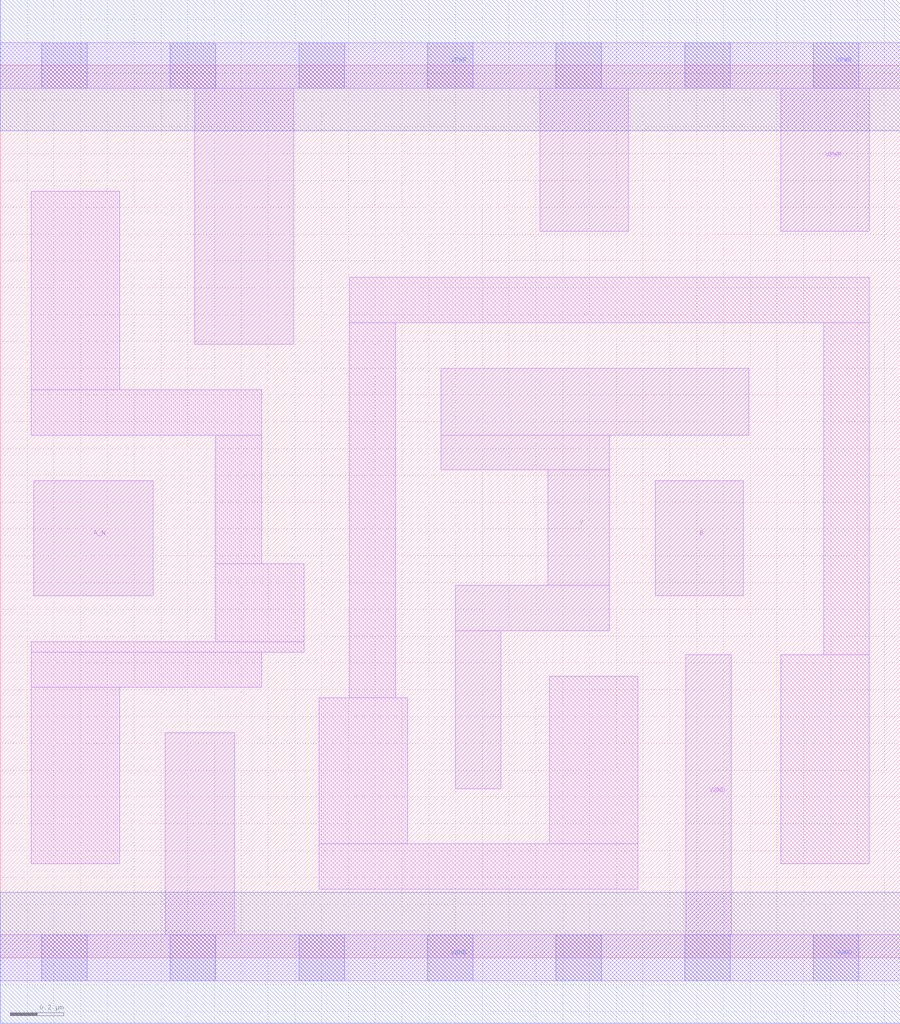
<source format=lef>
# Copyright 2020 The SkyWater PDK Authors
#
# Licensed under the Apache License, Version 2.0 (the "License");
# you may not use this file except in compliance with the License.
# You may obtain a copy of the License at
#
#     https://www.apache.org/licenses/LICENSE-2.0
#
# Unless required by applicable law or agreed to in writing, software
# distributed under the License is distributed on an "AS IS" BASIS,
# WITHOUT WARRANTIES OR CONDITIONS OF ANY KIND, either express or implied.
# See the License for the specific language governing permissions and
# limitations under the License.
#
# SPDX-License-Identifier: Apache-2.0

VERSION 5.7 ;
  NAMESCASESENSITIVE ON ;
  NOWIREEXTENSIONATPIN ON ;
  DIVIDERCHAR "/" ;
  BUSBITCHARS "[]" ;
UNITS
  DATABASE MICRONS 200 ;
END UNITS
MACRO sky130_fd_sc_ms__nand2b_2
  CLASS CORE ;
  SOURCE USER ;
  FOREIGN sky130_fd_sc_ms__nand2b_2 ;
  ORIGIN  0.000000  0.000000 ;
  SIZE  3.360000 BY  3.330000 ;
  SYMMETRY X Y ;
  SITE unit ;
  PIN A_N
    ANTENNAGATEAREA  0.276000 ;
    DIRECTION INPUT ;
    USE SIGNAL ;
    PORT
      LAYER li1 ;
        RECT 0.125000 1.350000 0.570000 1.780000 ;
    END
  END A_N
  PIN B
    ANTENNAGATEAREA  0.625200 ;
    DIRECTION INPUT ;
    USE SIGNAL ;
    PORT
      LAYER li1 ;
        RECT 2.445000 1.350000 2.775000 1.780000 ;
    END
  END B
  PIN Y
    ANTENNADIFFAREA  0.812000 ;
    DIRECTION OUTPUT ;
    USE SIGNAL ;
    PORT
      LAYER li1 ;
        RECT 1.645000 1.820000 2.275000 1.950000 ;
        RECT 1.645000 1.950000 2.795000 2.200000 ;
        RECT 1.700000 0.630000 1.870000 1.220000 ;
        RECT 1.700000 1.220000 2.275000 1.390000 ;
        RECT 2.045000 1.390000 2.275000 1.820000 ;
    END
  END Y
  PIN VGND
    DIRECTION INOUT ;
    USE GROUND ;
    PORT
      LAYER li1 ;
        RECT 0.000000 -0.085000 3.360000 0.085000 ;
        RECT 0.615000  0.085000 0.875000 0.840000 ;
        RECT 2.560000  0.085000 2.730000 1.130000 ;
      LAYER mcon ;
        RECT 0.155000 -0.085000 0.325000 0.085000 ;
        RECT 0.635000 -0.085000 0.805000 0.085000 ;
        RECT 1.115000 -0.085000 1.285000 0.085000 ;
        RECT 1.595000 -0.085000 1.765000 0.085000 ;
        RECT 2.075000 -0.085000 2.245000 0.085000 ;
        RECT 2.555000 -0.085000 2.725000 0.085000 ;
        RECT 3.035000 -0.085000 3.205000 0.085000 ;
      LAYER met1 ;
        RECT 0.000000 -0.245000 3.360000 0.245000 ;
    END
  END VGND
  PIN VPWR
    DIRECTION INOUT ;
    USE POWER ;
    PORT
      LAYER li1 ;
        RECT 0.000000 3.245000 3.360000 3.415000 ;
        RECT 0.725000 2.290000 1.095000 3.245000 ;
        RECT 2.015000 2.710000 2.345000 3.245000 ;
        RECT 2.915000 2.710000 3.245000 3.245000 ;
      LAYER mcon ;
        RECT 0.155000 3.245000 0.325000 3.415000 ;
        RECT 0.635000 3.245000 0.805000 3.415000 ;
        RECT 1.115000 3.245000 1.285000 3.415000 ;
        RECT 1.595000 3.245000 1.765000 3.415000 ;
        RECT 2.075000 3.245000 2.245000 3.415000 ;
        RECT 2.555000 3.245000 2.725000 3.415000 ;
        RECT 3.035000 3.245000 3.205000 3.415000 ;
      LAYER met1 ;
        RECT 0.000000 3.085000 3.360000 3.575000 ;
    END
  END VPWR
  OBS
    LAYER li1 ;
      RECT 0.115000 0.350000 0.445000 1.010000 ;
      RECT 0.115000 1.010000 0.975000 1.140000 ;
      RECT 0.115000 1.140000 1.135000 1.180000 ;
      RECT 0.115000 1.950000 0.975000 2.120000 ;
      RECT 0.115000 2.120000 0.445000 2.860000 ;
      RECT 0.805000 1.180000 1.135000 1.470000 ;
      RECT 0.805000 1.470000 0.975000 1.950000 ;
      RECT 1.190000 0.255000 2.380000 0.425000 ;
      RECT 1.190000 0.425000 1.520000 0.970000 ;
      RECT 1.305000 0.970000 1.475000 2.370000 ;
      RECT 1.305000 2.370000 3.245000 2.540000 ;
      RECT 2.050000 0.425000 2.380000 1.050000 ;
      RECT 2.915000 0.350000 3.245000 1.130000 ;
      RECT 3.075000 1.130000 3.245000 2.370000 ;
  END
END sky130_fd_sc_ms__nand2b_2

</source>
